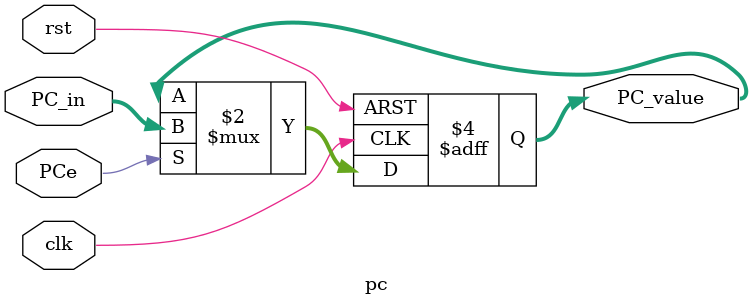
<source format=v>
module pc (
    input  wire        clk,
    input  wire        rst,
    input  wire        PCe,
	 input  wire [15:0]  PC_in,
    output reg [15:0]  PC_value
);
    always @(posedge clk or posedge rst) begin
        if (rst)
            PC_value <= 16'h0000;
        else if (PCe)
				PC_value <= PC_in;
    end
endmodule
</source>
